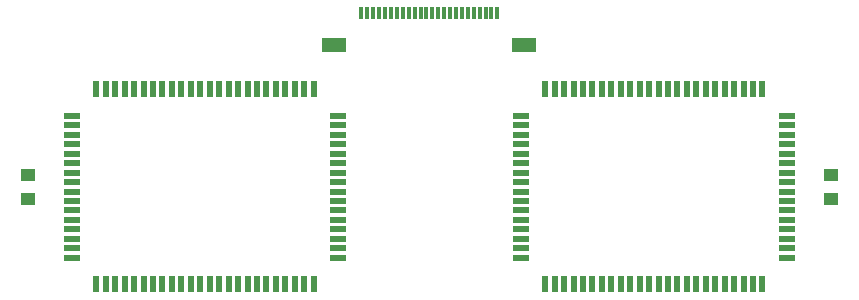
<source format=gbr>
G04 #@! TF.GenerationSoftware,KiCad,Pcbnew,5.0.2-bee76a0~70~ubuntu18.04.1*
G04 #@! TF.CreationDate,2020-10-28T09:15:44+01:00*
G04 #@! TF.ProjectId,ModulAdapter_Verv2,4d6f6475-6c41-4646-9170-7465725f5665,rev?*
G04 #@! TF.SameCoordinates,Original*
G04 #@! TF.FileFunction,Paste,Bot*
G04 #@! TF.FilePolarity,Positive*
%FSLAX46Y46*%
G04 Gerber Fmt 4.6, Leading zero omitted, Abs format (unit mm)*
G04 Created by KiCad (PCBNEW 5.0.2-bee76a0~70~ubuntu18.04.1) date Mi 28 Okt 2020 09:15:44 CET*
%MOMM*%
%LPD*%
G01*
G04 APERTURE LIST*
%ADD10R,0.500000X1.480000*%
%ADD11R,1.480000X0.500000*%
%ADD12R,1.250000X1.000000*%
%ADD13R,2.000000X1.300000*%
%ADD14R,0.300000X1.000000*%
G04 APERTURE END LIST*
D10*
G04 #@! TO.C,U4*
X109800000Y-91260000D03*
X110600000Y-91260000D03*
X111400000Y-91260000D03*
X112200000Y-91260000D03*
X113000000Y-91260000D03*
X113800000Y-91260000D03*
X114600000Y-91260000D03*
X115400000Y-91260000D03*
X116200000Y-91260000D03*
X117000000Y-91260000D03*
X117800000Y-91260000D03*
X118600000Y-91260000D03*
X119400000Y-91260000D03*
X120200000Y-91260000D03*
X121000000Y-91260000D03*
X121800000Y-91260000D03*
X122600000Y-91260000D03*
X123400000Y-91260000D03*
X124200000Y-91260000D03*
X125000000Y-91260000D03*
X125800000Y-91260000D03*
X126600000Y-91260000D03*
X127400000Y-91260000D03*
X128200000Y-91260000D03*
D11*
X130240000Y-93500000D03*
X130240000Y-94300000D03*
X130240000Y-95100000D03*
X130240000Y-95900000D03*
X130240000Y-96700000D03*
X130240000Y-97500000D03*
X130240000Y-98300000D03*
X130240000Y-99100000D03*
X130240000Y-99900000D03*
X130240000Y-100700000D03*
X130240000Y-101500000D03*
X130240000Y-102300000D03*
X130240000Y-103100000D03*
X130240000Y-103900000D03*
X130240000Y-104700000D03*
X130240000Y-105500000D03*
D10*
X128200000Y-107740000D03*
X127400000Y-107740000D03*
X126600000Y-107740000D03*
X125800000Y-107740000D03*
X125000000Y-107740000D03*
X124200000Y-107740000D03*
X123400000Y-107740000D03*
X122600000Y-107740000D03*
X121800000Y-107740000D03*
X121000000Y-107740000D03*
X120200000Y-107740000D03*
X119400000Y-107740000D03*
X118600000Y-107740000D03*
X117800000Y-107740000D03*
X117000000Y-107740000D03*
X116200000Y-107740000D03*
X115400000Y-107740000D03*
X114600000Y-107740000D03*
X113800000Y-107740000D03*
X113000000Y-107740000D03*
X112200000Y-107740000D03*
X111400000Y-107740000D03*
X110600000Y-107740000D03*
X109800000Y-107740000D03*
D11*
X107760000Y-105500000D03*
X107760000Y-104700000D03*
X107760000Y-103900000D03*
X107760000Y-103100000D03*
X107760000Y-102300000D03*
X107760000Y-101500000D03*
X107760000Y-100700000D03*
X107760000Y-99900000D03*
X107760000Y-99100000D03*
X107760000Y-98300000D03*
X107760000Y-97500000D03*
X107760000Y-96700000D03*
X107760000Y-95900000D03*
X107760000Y-95100000D03*
X107760000Y-94300000D03*
X107760000Y-93500000D03*
G04 #@! TD*
D10*
G04 #@! TO.C,U2*
X90200000Y-107740000D03*
X89400000Y-107740000D03*
X88600000Y-107740000D03*
X87800000Y-107740000D03*
X87000000Y-107740000D03*
X86200000Y-107740000D03*
X85400000Y-107740000D03*
X84600000Y-107740000D03*
X83800000Y-107740000D03*
X83000000Y-107740000D03*
X82200000Y-107740000D03*
X81400000Y-107740000D03*
X80600000Y-107740000D03*
X79800000Y-107740000D03*
X79000000Y-107740000D03*
X78200000Y-107740000D03*
X77400000Y-107740000D03*
X76600000Y-107740000D03*
X75800000Y-107740000D03*
X75000000Y-107740000D03*
X74200000Y-107740000D03*
X73400000Y-107740000D03*
X72600000Y-107740000D03*
X71800000Y-107740000D03*
D11*
X69760000Y-105500000D03*
X69760000Y-104700000D03*
X69760000Y-103900000D03*
X69760000Y-103100000D03*
X69760000Y-102300000D03*
X69760000Y-101500000D03*
X69760000Y-100700000D03*
X69760000Y-99900000D03*
X69760000Y-99100000D03*
X69760000Y-98300000D03*
X69760000Y-97500000D03*
X69760000Y-96700000D03*
X69760000Y-95900000D03*
X69760000Y-95100000D03*
X69760000Y-94300000D03*
X69760000Y-93500000D03*
D10*
X71800000Y-91260000D03*
X72600000Y-91260000D03*
X73400000Y-91260000D03*
X74200000Y-91260000D03*
X75000000Y-91260000D03*
X75800000Y-91260000D03*
X76600000Y-91260000D03*
X77400000Y-91260000D03*
X78200000Y-91260000D03*
X79000000Y-91260000D03*
X79800000Y-91260000D03*
X80600000Y-91260000D03*
X81400000Y-91260000D03*
X82200000Y-91260000D03*
X83000000Y-91260000D03*
X83800000Y-91260000D03*
X84600000Y-91260000D03*
X85400000Y-91260000D03*
X86200000Y-91260000D03*
X87000000Y-91260000D03*
X87800000Y-91260000D03*
X88600000Y-91260000D03*
X89400000Y-91260000D03*
X90200000Y-91260000D03*
D11*
X92240000Y-93500000D03*
X92240000Y-94300000D03*
X92240000Y-95100000D03*
X92240000Y-95900000D03*
X92240000Y-96700000D03*
X92240000Y-97500000D03*
X92240000Y-98300000D03*
X92240000Y-99100000D03*
X92240000Y-99900000D03*
X92240000Y-100700000D03*
X92240000Y-101500000D03*
X92240000Y-102300000D03*
X92240000Y-103100000D03*
X92240000Y-103900000D03*
X92240000Y-104700000D03*
X92240000Y-105500000D03*
G04 #@! TD*
D12*
G04 #@! TO.C,C12*
X134000000Y-98500000D03*
X134000000Y-100500000D03*
G04 #@! TD*
G04 #@! TO.C,C13*
X66000000Y-100500000D03*
X66000000Y-98500000D03*
G04 #@! TD*
D13*
G04 #@! TO.C,J2*
X108050000Y-87500000D03*
X91950000Y-87500000D03*
D14*
X105750000Y-84800000D03*
X105250000Y-84800000D03*
X104750000Y-84800000D03*
X104250000Y-84800000D03*
X103750000Y-84800000D03*
X103250000Y-84800000D03*
X102750000Y-84800000D03*
X102250000Y-84800000D03*
X101750000Y-84800000D03*
X101250000Y-84800000D03*
X100750000Y-84800000D03*
X100250000Y-84800000D03*
X99750000Y-84800000D03*
X99250000Y-84800000D03*
X98750000Y-84800000D03*
X98250000Y-84800000D03*
X97750000Y-84800000D03*
X97250000Y-84800000D03*
X96750000Y-84800000D03*
X96250000Y-84800000D03*
X95750000Y-84800000D03*
X95250000Y-84800000D03*
X94750000Y-84800000D03*
X94250000Y-84800000D03*
G04 #@! TD*
M02*

</source>
